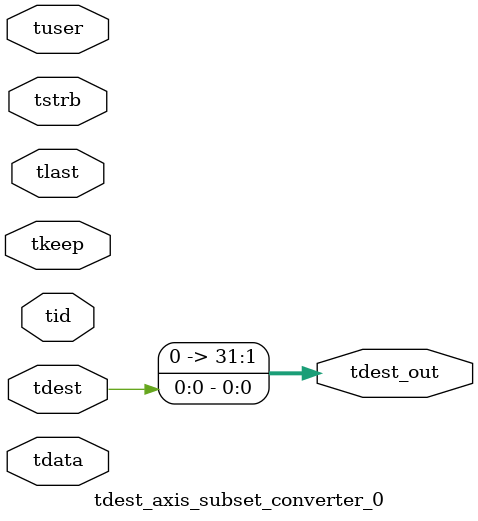
<source format=v>


`timescale 1ps/1ps

module tdest_axis_subset_converter_0 #
(
parameter C_S_AXIS_TDATA_WIDTH = 32,
parameter C_S_AXIS_TUSER_WIDTH = 0,
parameter C_S_AXIS_TID_WIDTH   = 0,
parameter C_S_AXIS_TDEST_WIDTH = 0,
parameter C_M_AXIS_TDEST_WIDTH = 32
)
(
input  [(C_S_AXIS_TDATA_WIDTH == 0 ? 1 : C_S_AXIS_TDATA_WIDTH)-1:0     ] tdata,
input  [(C_S_AXIS_TUSER_WIDTH == 0 ? 1 : C_S_AXIS_TUSER_WIDTH)-1:0     ] tuser,
input  [(C_S_AXIS_TID_WIDTH   == 0 ? 1 : C_S_AXIS_TID_WIDTH)-1:0       ] tid,
input  [(C_S_AXIS_TDEST_WIDTH == 0 ? 1 : C_S_AXIS_TDEST_WIDTH)-1:0     ] tdest,
input  [(C_S_AXIS_TDATA_WIDTH/8)-1:0 ] tkeep,
input  [(C_S_AXIS_TDATA_WIDTH/8)-1:0 ] tstrb,
input                                                                    tlast,
output [C_M_AXIS_TDEST_WIDTH-1:0] tdest_out
);

assign tdest_out = {tdest[0:0]};

endmodule


</source>
